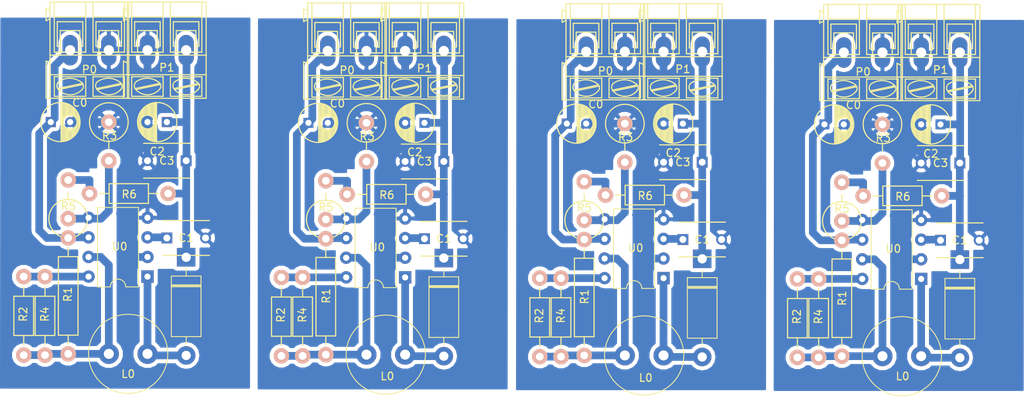
<source format=kicad_pcb>
(kicad_pcb (version 4) (host pcbnew 4.0.5+dfsg1-4)
  (layers (0 F.Cu signal) (31 B.Cu signal) (34 B.Paste user hide) (35 F.Paste user hide) (36 B.SilkS user hide) (37 F.SilkS user) (38 B.Mask user hide) (39 F.Mask user hide) (44 Edge.Cuts user hide))
  (net 0 "")
  (net 1 +5V)
  (net 2 GND)
  (net 3 "Net-(C1-Pad1)")
  (net 4 /out_12V)
  (net 5 "Net-(D0-Pad2)")
  (net 6 "Net-(L0-Pad1)")
  (net 7 "Net-(R2-Pad1)")
  (net 8 "Net-(R3-Pad2)")
  (net 9 "Net-(R5-Pad2)")
  (module Capacitors_THT:C_Radial_D5_L11_P2.5 (layer F.Cu) (at 128.6 137.2 180)
    (fp_text reference C2 (at 1.25 -3.8 180) (layer F.SilkS))
    (fp_text value CP)
    (pad 1 thru_hole rect (at 0 0 180) (size 1.3 1.3) (drill 0.8) (layers *.Cu *.Mask) (net 4 /out_12V))
    (pad 2 thru_hole circle (at 2.5 0 180) (size 1.3 1.3) (drill 0.8) (layers *.Cu *.Mask) (net 2 GND))
  )
  (module Resistors_THT:Resistor_Horizontal_RM15mm (layer F.Cu) (at 115.85 152.2 270)
    (fp_text reference R1 (at 7.4 -0.05 270) (layer F.SilkS))
    (fp_text value R)
    (pad 1 thru_hole circle (at 0 0 270) (size 1.99898 1.99898) (drill 1.00076) (layers *.Cu *.SilkS *.Mask) (net 1 +5V))
    (pad 2 thru_hole circle (at 15 0 270) (size 1.99898 1.99898) (drill 1.00076) (layers *.Cu *.SilkS *.Mask) (net 6 "Net-(L0-Pad1)"))
  )
  (module Capacitors_THT:C_Disc_D6_P5 (layer F.Cu) (at 131.1 142.2 180)
    (fp_text reference C3 (at 2.5 0 180) (layer F.SilkS))
    (fp_text value C hide)
    (pad 1 thru_hole rect (at 0 0 180) (size 1.4 1.4) (drill 0.9) (layers *.Cu *.Mask) (net 4 /out_12V))
    (pad 2 thru_hole circle (at 5 0 180) (size 1.4 1.4) (drill 0.9) (layers *.Cu *.Mask) (net 2 GND))
  )
  (module Capacitors_THT:C_Disc_D6_P5 (layer F.Cu) (at 128.6 152.2)
    (fp_text reference C1 (at 2.5 0) (layer F.SilkS))
    (fp_text value C)
    (pad 1 thru_hole rect (at 0 0) (size 1.4 1.4) (drill 0.9) (layers *.Cu *.Mask) (net 3 "Net-(C1-Pad1)"))
    (pad 2 thru_hole circle (at 5 0) (size 1.4 1.4) (drill 0.9) (layers *.Cu *.Mask) (net 2 GND))
  )
  (module Inductor_THT:L_Radial_D10.0mm_P5.00mm_Fastron_07M (layer F.Cu) (at 121.1 167.2)
    (fp_text reference L0 (at 2.7 2.9) (layer F.SilkS))
    (fp_text value L)
    (pad 1 thru_hole circle (at 0 0) (size 2.6 2.6) (drill 1.3) (layers *.Cu *.Mask) (net 6 "Net-(L0-Pad1)"))
    (pad 2 thru_hole circle (at 5 0) (size 2.6 2.6) (drill 1.3) (layers *.Cu *.Mask) (net 5 "Net-(D0-Pad2)"))
  )
  (module Resistors_THT:Resistor_Vertical_RM5mm (layer F.Cu) (at 115.85 147.2 90)
    (fp_text reference R5 (at -0.9 0.018 180) (layer F.SilkS))
    (fp_text value R hide)
    (pad 1 thru_hole circle (at -2.49936 0 90) (size 1.99898 1.99898) (drill 1.00076) (layers *.Cu *.SilkS *.Mask) (net 8 "Net-(R3-Pad2)"))
    (pad 2 thru_hole circle (at 2.5019 0 90) (size 1.99898 1.99898) (drill 1.00076) (layers *.Cu *.SilkS *.Mask) (net 9 "Net-(R5-Pad2)"))
  )
  (module Resistors_THT:Resistor_Vertical_RM5mm (layer F.Cu) (at 121.1 139.7 270)
    (fp_text reference R3 (at -0.744 -0.098 360) (layer F.SilkS))
    (fp_text value R hide)
    (pad 1 thru_hole circle (at -2.49936 0 270) (size 1.99898 1.99898) (drill 1.00076) (layers *.Cu *.SilkS *.Mask) (net 2 GND))
    (pad 2 thru_hole circle (at 2.5019 0 270) (size 1.99898 1.99898) (drill 1.00076) (layers *.Cu *.SilkS *.Mask) (net 8 "Net-(R3-Pad2)"))
  )
  (module Resistors_THT:Resistor_Horizontal_RM10mm (layer F.Cu) (at 118.6 146.45)
    (fp_text reference R6 (at 5.138 0.098) (layer F.SilkS))
    (fp_text value R hide)
    (pad 1 thru_hole circle (at 0 0) (size 1.99898 1.99898) (drill 1.00076) (layers *.Cu *.SilkS *.Mask) (net 9 "Net-(R5-Pad2)"))
    (pad 2 thru_hole circle (at 10.16 0) (size 1.99898 1.99898) (drill 1.00076) (layers *.Cu *.SilkS *.Mask) (net 4 /out_12V))
  )
  (module Diodes_THT:D_DO-15_P12.70mm_Horizontal (layer F.Cu) (at 131.1 154.7 270)
    (fp_text reference D0 hide)
    (fp_text value 1N5819 hide)
    (pad 1 thru_hole rect (at 0 0 270) (size 2.4 2.4) (drill 1.2) (layers *.Cu *.Mask) (net 4 /out_12V))
    (pad 2 thru_hole oval (at 12.7 0 270) (size 2.4 2.4) (drill 1.2) (layers *.Cu *.Mask) (net 5 "Net-(D0-Pad2)"))
  )
  (module Resistors_THT:Resistor_Horizontal_RM10mm (layer F.Cu) (at 110.1 157.2 270)
    (fp_text reference R2 (at 4.87 0.062 270) (layer F.SilkS))
    (fp_text value R hide)
    (pad 1 thru_hole circle (at 0 0 270) (size 1.99898 1.99898) (drill 1.00076) (layers *.Cu *.SilkS *.Mask) (net 7 "Net-(R2-Pad1)"))
    (pad 2 thru_hole circle (at 10.16 0 270) (size 1.99898 1.99898) (drill 1.00076) (layers *.Cu *.SilkS *.Mask) (net 6 "Net-(L0-Pad1)"))
  )
  (module Resistors_THT:Resistor_Horizontal_RM10mm (layer F.Cu) (at 112.85 157.2 270)
    (fp_text reference R4 (at 4.87 0.022 270) (layer F.SilkS))
    (fp_text value R hide)
    (pad 1 thru_hole circle (at 0 0 270) (size 1.99898 1.99898) (drill 1.00076) (layers *.Cu *.SilkS *.Mask) (net 7 "Net-(R2-Pad1)"))
    (pad 2 thru_hole circle (at 10.16 0 270) (size 1.99898 1.99898) (drill 1.00076) (layers *.Cu *.SilkS *.Mask) (net 6 "Net-(L0-Pad1)"))
  )
  (module Capacitors_THT:C_Radial_D5_L11_P2.5 (layer F.Cu) (at 113.6 137.2)
    (fp_text reference C0 (at 3.75 -2.5) (layer F.SilkS))
    (fp_text value CP hide)
    (pad 1 thru_hole rect (at 0 0) (size 1.3 1.3) (drill 0.8) (layers *.Cu *.Mask) (net 1 +5V))
    (pad 2 thru_hole circle (at 2.5 0) (size 1.3 1.3) (drill 0.8) (layers *.Cu *.Mask) (net 2 GND))
  )
  (module Package_DIP:DIP-8_W7.62mm (layer F.Cu) (at 126.1 157.2 180)
    (fp_text reference U0 (at 3.6 3.9 180) (layer F.SilkS))
    (fp_text value MC34063AP hide)
    (pad 1 thru_hole rect (at 0 0 180) (size 1.6 1.6) (drill 0.8) (layers *.Cu *.Mask) (net 5 "Net-(D0-Pad2)"))
    (pad 5 thru_hole oval (at 7.62 7.62 180) (size 1.6 1.6) (drill 0.8) (layers *.Cu *.Mask) (net 8 "Net-(R3-Pad2)"))
    (pad 2 thru_hole oval (at 0 2.54 180) (size 1.6 1.6) (drill 0.8) (layers *.Cu *.Mask) (net 2 GND))
    (pad 6 thru_hole oval (at 7.62 5.08 180) (size 1.6 1.6) (drill 0.8) (layers *.Cu *.Mask) (net 1 +5V))
    (pad 3 thru_hole oval (at 0 5.08 180) (size 1.6 1.6) (drill 0.8) (layers *.Cu *.Mask) (net 3 "Net-(C1-Pad1)"))
    (pad 7 thru_hole oval (at 7.62 2.54 180) (size 1.6 1.6) (drill 0.8) (layers *.Cu *.Mask) (net 6 "Net-(L0-Pad1)"))
    (pad 4 thru_hole oval (at 0 7.62 180) (size 1.6 1.6) (drill 0.8) (layers *.Cu *.Mask) (net 2 GND))
    (pad 8 thru_hole oval (at 7.62 0 180) (size 1.6 1.6) (drill 0.8) (layers *.Cu *.Mask) (net 7 "Net-(R2-Pad1)"))
  )
  (module Connect:AK300-2 (layer F.Cu) (at 131.1 127.9 180)
    (fp_text reference P1 (at 2.5 -2.25 180) (layer F.SilkS))
    (fp_text value CONN_01X02 hide)
    (pad 1 thru_hole oval (at 0 0 180) (size 1.9812 3.9624) (drill 1.3208) (layers *.Cu F.Paste F.Mask) (net 4 /out_12V))
    (pad 2 thru_hole oval (at 5 0 180) (size 1.9812 3.9624) (drill 1.3208) (layers *.Cu F.Paste F.Mask) (net 2 GND))
  )
  (module Connect:AK300-2 (layer F.Cu) (at 121.1 127.9 180)
    (fp_text reference P0 (at 2.5 -2.5 180) (layer F.SilkS))
    (fp_text value CONN_01X02 hide)
    (pad 1 thru_hole oval (at 0 0 180) (size 1.9812 3.9624) (drill 1.3208) (layers *.Cu F.Paste F.Mask) (net 2 GND))
    (pad 2 thru_hole oval (at 5 0 180) (size 1.9812 3.9624) (drill 1.3208) (layers *.Cu F.Paste F.Mask) (net 1 +5V))
  )
  (module Connect:AK300-2 (layer F.Cu) (at 154.4 128 180)
    (fp_text reference P0 (at 2.5 -2.5 180) (layer F.SilkS))
    (fp_text value CONN_01X02 hide)
    (pad 1 thru_hole oval (at 0 0 180) (size 1.9812 3.9624) (drill 1.3208) (layers *.Cu F.Paste F.Mask) (net 2 GND))
    (pad 2 thru_hole oval (at 5 0 180) (size 1.9812 3.9624) (drill 1.3208) (layers *.Cu F.Paste F.Mask) (net 1 +5V))
  )
  (module Connect:AK300-2 (layer F.Cu) (at 164.4 128 180)
    (fp_text reference P1 (at 2.5 -2.25 180) (layer F.SilkS))
    (fp_text value CONN_01X02 hide)
    (pad 1 thru_hole oval (at 0 0 180) (size 1.9812 3.9624) (drill 1.3208) (layers *.Cu F.Paste F.Mask) (net 4 /out_12V))
    (pad 2 thru_hole oval (at 5 0 180) (size 1.9812 3.9624) (drill 1.3208) (layers *.Cu F.Paste F.Mask) (net 2 GND))
  )
  (module Package_DIP:DIP-8_W7.62mm (layer F.Cu) (at 159.4 157.3 180)
    (fp_text reference U0 (at 3.6 3.9 180) (layer F.SilkS))
    (fp_text value MC34063AP hide)
    (pad 1 thru_hole rect (at 0 0 180) (size 1.6 1.6) (drill 0.8) (layers *.Cu *.Mask) (net 5 "Net-(D0-Pad2)"))
    (pad 5 thru_hole oval (at 7.62 7.62 180) (size 1.6 1.6) (drill 0.8) (layers *.Cu *.Mask) (net 8 "Net-(R3-Pad2)"))
    (pad 2 thru_hole oval (at 0 2.54 180) (size 1.6 1.6) (drill 0.8) (layers *.Cu *.Mask) (net 2 GND))
    (pad 6 thru_hole oval (at 7.62 5.08 180) (size 1.6 1.6) (drill 0.8) (layers *.Cu *.Mask) (net 1 +5V))
    (pad 3 thru_hole oval (at 0 5.08 180) (size 1.6 1.6) (drill 0.8) (layers *.Cu *.Mask) (net 3 "Net-(C1-Pad1)"))
    (pad 7 thru_hole oval (at 7.62 2.54 180) (size 1.6 1.6) (drill 0.8) (layers *.Cu *.Mask) (net 6 "Net-(L0-Pad1)"))
    (pad 4 thru_hole oval (at 0 7.62 180) (size 1.6 1.6) (drill 0.8) (layers *.Cu *.Mask) (net 2 GND))
    (pad 8 thru_hole oval (at 7.62 0 180) (size 1.6 1.6) (drill 0.8) (layers *.Cu *.Mask) (net 7 "Net-(R2-Pad1)"))
  )
  (module Capacitors_THT:C_Radial_D5_L11_P2.5 (layer F.Cu) (at 146.9 137.3)
    (fp_text reference C0 (at 3.75 -2.5) (layer F.SilkS))
    (fp_text value CP hide)
    (pad 1 thru_hole rect (at 0 0) (size 1.3 1.3) (drill 0.8) (layers *.Cu *.Mask) (net 1 +5V))
    (pad 2 thru_hole circle (at 2.5 0) (size 1.3 1.3) (drill 0.8) (layers *.Cu *.Mask) (net 2 GND))
  )
  (module Resistors_THT:Resistor_Horizontal_RM10mm (layer F.Cu) (at 146.15 157.3 270)
    (fp_text reference R4 (at 4.87 0.022 270) (layer F.SilkS))
    (fp_text value R hide)
    (pad 1 thru_hole circle (at 0 0 270) (size 1.99898 1.99898) (drill 1.00076) (layers *.Cu *.SilkS *.Mask) (net 7 "Net-(R2-Pad1)"))
    (pad 2 thru_hole circle (at 10.16 0 270) (size 1.99898 1.99898) (drill 1.00076) (layers *.Cu *.SilkS *.Mask) (net 6 "Net-(L0-Pad1)"))
  )
  (module Resistors_THT:Resistor_Horizontal_RM10mm (layer F.Cu) (at 143.4 157.3 270)
    (fp_text reference R2 (at 4.87 0.062 270) (layer F.SilkS))
    (fp_text value R hide)
    (pad 1 thru_hole circle (at 0 0 270) (size 1.99898 1.99898) (drill 1.00076) (layers *.Cu *.SilkS *.Mask) (net 7 "Net-(R2-Pad1)"))
    (pad 2 thru_hole circle (at 10.16 0 270) (size 1.99898 1.99898) (drill 1.00076) (layers *.Cu *.SilkS *.Mask) (net 6 "Net-(L0-Pad1)"))
  )
  (module Diodes_THT:D_DO-15_P12.70mm_Horizontal (layer F.Cu) (at 164.4 154.8 270)
    (fp_text reference D0 hide)
    (fp_text value 1N5819 hide)
    (pad 1 thru_hole rect (at 0 0 270) (size 2.4 2.4) (drill 1.2) (layers *.Cu *.Mask) (net 4 /out_12V))
    (pad 2 thru_hole oval (at 12.7 0 270) (size 2.4 2.4) (drill 1.2) (layers *.Cu *.Mask) (net 5 "Net-(D0-Pad2)"))
  )
  (module Resistors_THT:Resistor_Horizontal_RM10mm (layer F.Cu) (at 151.9 146.55)
    (fp_text reference R6 (at 5.138 0.098) (layer F.SilkS))
    (fp_text value R hide)
    (pad 1 thru_hole circle (at 0 0) (size 1.99898 1.99898) (drill 1.00076) (layers *.Cu *.SilkS *.Mask) (net 9 "Net-(R5-Pad2)"))
    (pad 2 thru_hole circle (at 10.16 0) (size 1.99898 1.99898) (drill 1.00076) (layers *.Cu *.SilkS *.Mask) (net 4 /out_12V))
  )
  (module Resistors_THT:Resistor_Vertical_RM5mm (layer F.Cu) (at 154.4 139.8 270)
    (fp_text reference R3 (at -0.744 -0.098 360) (layer F.SilkS))
    (fp_text value R hide)
    (pad 1 thru_hole circle (at -2.49936 0 270) (size 1.99898 1.99898) (drill 1.00076) (layers *.Cu *.SilkS *.Mask) (net 2 GND))
    (pad 2 thru_hole circle (at 2.5019 0 270) (size 1.99898 1.99898) (drill 1.00076) (layers *.Cu *.SilkS *.Mask) (net 8 "Net-(R3-Pad2)"))
  )
  (module Resistors_THT:Resistor_Vertical_RM5mm (layer F.Cu) (at 149.15 147.3 90)
    (fp_text reference R5 (at -0.9 0.018 180) (layer F.SilkS))
    (fp_text value R hide)
    (pad 1 thru_hole circle (at -2.49936 0 90) (size 1.99898 1.99898) (drill 1.00076) (layers *.Cu *.SilkS *.Mask) (net 8 "Net-(R3-Pad2)"))
    (pad 2 thru_hole circle (at 2.5019 0 90) (size 1.99898 1.99898) (drill 1.00076) (layers *.Cu *.SilkS *.Mask) (net 9 "Net-(R5-Pad2)"))
  )
  (module Inductor_THT:L_Radial_D10.0mm_P5.00mm_Fastron_07M (layer F.Cu) (at 154.4 167.3)
    (fp_text reference L0 (at 2.6 2.6) (layer F.SilkS))
    (fp_text value L)
    (pad 1 thru_hole circle (at 0 0) (size 2.6 2.6) (drill 1.3) (layers *.Cu *.Mask) (net 6 "Net-(L0-Pad1)"))
    (pad 2 thru_hole circle (at 5 0) (size 2.6 2.6) (drill 1.3) (layers *.Cu *.Mask) (net 5 "Net-(D0-Pad2)"))
  )
  (module Capacitors_THT:C_Disc_D6_P5 (layer F.Cu) (at 161.9 152.3)
    (fp_text reference C1 (at 2.5 0) (layer F.SilkS))
    (fp_text value C)
    (pad 1 thru_hole rect (at 0 0) (size 1.4 1.4) (drill 0.9) (layers *.Cu *.Mask) (net 3 "Net-(C1-Pad1)"))
    (pad 2 thru_hole circle (at 5 0) (size 1.4 1.4) (drill 0.9) (layers *.Cu *.Mask) (net 2 GND))
  )
  (module Capacitors_THT:C_Disc_D6_P5 (layer F.Cu) (at 164.4 142.3 180)
    (fp_text reference C3 (at 2.5 0 180) (layer F.SilkS))
    (fp_text value C hide)
    (pad 1 thru_hole rect (at 0 0 180) (size 1.4 1.4) (drill 0.9) (layers *.Cu *.Mask) (net 4 /out_12V))
    (pad 2 thru_hole circle (at 5 0 180) (size 1.4 1.4) (drill 0.9) (layers *.Cu *.Mask) (net 2 GND))
  )
  (module Resistors_THT:Resistor_Horizontal_RM15mm (layer F.Cu) (at 149.15 152.3 270)
    (fp_text reference R1 (at 7.5 -0.05 270) (layer F.SilkS))
    (fp_text value R)
    (pad 1 thru_hole circle (at 0 0 270) (size 1.99898 1.99898) (drill 1.00076) (layers *.Cu *.SilkS *.Mask) (net 1 +5V))
    (pad 2 thru_hole circle (at 15 0 270) (size 1.99898 1.99898) (drill 1.00076) (layers *.Cu *.SilkS *.Mask) (net 6 "Net-(L0-Pad1)"))
  )
  (module Capacitors_THT:C_Radial_D5_L11_P2.5 (layer F.Cu) (at 161.9 137.3 180)
    (fp_text reference C2 (at 1.25 -3.8 180) (layer F.SilkS))
    (fp_text value CP)
    (pad 1 thru_hole rect (at 0 0 180) (size 1.3 1.3) (drill 0.8) (layers *.Cu *.Mask) (net 4 /out_12V))
    (pad 2 thru_hole circle (at 2.5 0 180) (size 1.3 1.3) (drill 0.8) (layers *.Cu *.Mask) (net 2 GND))
  )
  (module Capacitors_THT:C_Radial_D5_L11_P2.5 (layer F.Cu) (at 95.2 137.1 180)
    (fp_text reference C2 (at 1.25 -3.8 180) (layer F.SilkS))
    (fp_text value CP)
    (pad 1 thru_hole rect (at 0 0 180) (size 1.3 1.3) (drill 0.8) (layers *.Cu *.Mask) (net 4 /out_12V))
    (pad 2 thru_hole circle (at 2.5 0 180) (size 1.3 1.3) (drill 0.8) (layers *.Cu *.Mask) (net 2 GND))
  )
  (module Resistors_THT:Resistor_Horizontal_RM15mm (layer F.Cu) (at 82.45 152.1 270)
    (fp_text reference R1 (at 7.4 -0.05 270) (layer F.SilkS))
    (fp_text value R)
    (pad 1 thru_hole circle (at 0 0 270) (size 1.99898 1.99898) (drill 1.00076) (layers *.Cu *.SilkS *.Mask) (net 1 +5V))
    (pad 2 thru_hole circle (at 15 0 270) (size 1.99898 1.99898) (drill 1.00076) (layers *.Cu *.SilkS *.Mask) (net 6 "Net-(L0-Pad1)"))
  )
  (module Capacitors_THT:C_Disc_D6_P5 (layer F.Cu) (at 97.7 142.1 180)
    (fp_text reference C3 (at 2.5 0 180) (layer F.SilkS))
    (fp_text value C hide)
    (pad 1 thru_hole rect (at 0 0 180) (size 1.4 1.4) (drill 0.9) (layers *.Cu *.Mask) (net 4 /out_12V))
    (pad 2 thru_hole circle (at 5 0 180) (size 1.4 1.4) (drill 0.9) (layers *.Cu *.Mask) (net 2 GND))
  )
  (module Capacitors_THT:C_Disc_D6_P5 (layer F.Cu) (at 95.2 152.1)
    (fp_text reference C1 (at 2.5 0) (layer F.SilkS))
    (fp_text value C)
    (pad 1 thru_hole rect (at 0 0) (size 1.4 1.4) (drill 0.9) (layers *.Cu *.Mask) (net 3 "Net-(C1-Pad1)"))
    (pad 2 thru_hole circle (at 5 0) (size 1.4 1.4) (drill 0.9) (layers *.Cu *.Mask) (net 2 GND))
  )
  (module Inductor_THT:L_Radial_D10.0mm_P5.00mm_Fastron_07M (layer F.Cu) (at 87.7 167.1)
    (fp_text reference L0 (at 2.7 2.8) (layer F.SilkS))
    (fp_text value L)
    (pad 1 thru_hole circle (at 0 0) (size 2.6 2.6) (drill 1.3) (layers *.Cu *.Mask) (net 6 "Net-(L0-Pad1)"))
    (pad 2 thru_hole circle (at 5 0) (size 2.6 2.6) (drill 1.3) (layers *.Cu *.Mask) (net 5 "Net-(D0-Pad2)"))
  )
  (module Resistors_THT:Resistor_Vertical_RM5mm (layer F.Cu) (at 82.45 147.1 90)
    (fp_text reference R5 (at -0.9 0.018 180) (layer F.SilkS))
    (fp_text value R hide)
    (pad 1 thru_hole circle (at -2.49936 0 90) (size 1.99898 1.99898) (drill 1.00076) (layers *.Cu *.SilkS *.Mask) (net 8 "Net-(R3-Pad2)"))
    (pad 2 thru_hole circle (at 2.5019 0 90) (size 1.99898 1.99898) (drill 1.00076) (layers *.Cu *.SilkS *.Mask) (net 9 "Net-(R5-Pad2)"))
  )
  (module Resistors_THT:Resistor_Vertical_RM5mm (layer F.Cu) (at 87.7 139.6 270)
    (fp_text reference R3 (at -0.744 -0.098 360) (layer F.SilkS))
    (fp_text value R hide)
    (pad 1 thru_hole circle (at -2.49936 0 270) (size 1.99898 1.99898) (drill 1.00076) (layers *.Cu *.SilkS *.Mask) (net 2 GND))
    (pad 2 thru_hole circle (at 2.5019 0 270) (size 1.99898 1.99898) (drill 1.00076) (layers *.Cu *.SilkS *.Mask) (net 8 "Net-(R3-Pad2)"))
  )
  (module Resistors_THT:Resistor_Horizontal_RM10mm (layer F.Cu) (at 85.2 146.35)
    (fp_text reference R6 (at 5.138 0.098) (layer F.SilkS))
    (fp_text value R hide)
    (pad 1 thru_hole circle (at 0 0) (size 1.99898 1.99898) (drill 1.00076) (layers *.Cu *.SilkS *.Mask) (net 9 "Net-(R5-Pad2)"))
    (pad 2 thru_hole circle (at 10.16 0) (size 1.99898 1.99898) (drill 1.00076) (layers *.Cu *.SilkS *.Mask) (net 4 /out_12V))
  )
  (module Diodes_THT:D_DO-15_P12.70mm_Horizontal (layer F.Cu) (at 97.7 154.6 270)
    (fp_text reference D0 hide)
    (fp_text value 1N5819 hide)
    (pad 1 thru_hole rect (at 0 0 270) (size 2.4 2.4) (drill 1.2) (layers *.Cu *.Mask) (net 4 /out_12V))
    (pad 2 thru_hole oval (at 12.7 0 270) (size 2.4 2.4) (drill 1.2) (layers *.Cu *.Mask) (net 5 "Net-(D0-Pad2)"))
  )
  (module Resistors_THT:Resistor_Horizontal_RM10mm (layer F.Cu) (at 76.7 157.1 270)
    (fp_text reference R2 (at 4.87 0.062 270) (layer F.SilkS))
    (fp_text value R hide)
    (pad 1 thru_hole circle (at 0 0 270) (size 1.99898 1.99898) (drill 1.00076) (layers *.Cu *.SilkS *.Mask) (net 7 "Net-(R2-Pad1)"))
    (pad 2 thru_hole circle (at 10.16 0 270) (size 1.99898 1.99898) (drill 1.00076) (layers *.Cu *.SilkS *.Mask) (net 6 "Net-(L0-Pad1)"))
  )
  (module Resistors_THT:Resistor_Horizontal_RM10mm (layer F.Cu) (at 79.45 157.1 270)
    (fp_text reference R4 (at 4.87 0.022 270) (layer F.SilkS))
    (fp_text value R hide)
    (pad 1 thru_hole circle (at 0 0 270) (size 1.99898 1.99898) (drill 1.00076) (layers *.Cu *.SilkS *.Mask) (net 7 "Net-(R2-Pad1)"))
    (pad 2 thru_hole circle (at 10.16 0 270) (size 1.99898 1.99898) (drill 1.00076) (layers *.Cu *.SilkS *.Mask) (net 6 "Net-(L0-Pad1)"))
  )
  (module Capacitors_THT:C_Radial_D5_L11_P2.5 (layer F.Cu) (at 80.2 137.1)
    (fp_text reference C0 (at 3.75 -2.5) (layer F.SilkS))
    (fp_text value CP hide)
    (pad 1 thru_hole rect (at 0 0) (size 1.3 1.3) (drill 0.8) (layers *.Cu *.Mask) (net 1 +5V))
    (pad 2 thru_hole circle (at 2.5 0) (size 1.3 1.3) (drill 0.8) (layers *.Cu *.Mask) (net 2 GND))
  )
  (module Package_DIP:DIP-8_W7.62mm (layer F.Cu) (at 92.7 157.1 180)
    (fp_text reference U0 (at 3.6 3.9 180) (layer F.SilkS))
    (fp_text value MC34063AP hide)
    (pad 1 thru_hole rect (at 0 0 180) (size 1.6 1.6) (drill 0.8) (layers *.Cu *.Mask) (net 5 "Net-(D0-Pad2)"))
    (pad 5 thru_hole oval (at 7.62 7.62 180) (size 1.6 1.6) (drill 0.8) (layers *.Cu *.Mask) (net 8 "Net-(R3-Pad2)"))
    (pad 2 thru_hole oval (at 0 2.54 180) (size 1.6 1.6) (drill 0.8) (layers *.Cu *.Mask) (net 2 GND))
    (pad 6 thru_hole oval (at 7.62 5.08 180) (size 1.6 1.6) (drill 0.8) (layers *.Cu *.Mask) (net 1 +5V))
    (pad 3 thru_hole oval (at 0 5.08 180) (size 1.6 1.6) (drill 0.8) (layers *.Cu *.Mask) (net 3 "Net-(C1-Pad1)"))
    (pad 7 thru_hole oval (at 7.62 2.54 180) (size 1.6 1.6) (drill 0.8) (layers *.Cu *.Mask) (net 6 "Net-(L0-Pad1)"))
    (pad 4 thru_hole oval (at 0 7.62 180) (size 1.6 1.6) (drill 0.8) (layers *.Cu *.Mask) (net 2 GND))
    (pad 8 thru_hole oval (at 7.62 0 180) (size 1.6 1.6) (drill 0.8) (layers *.Cu *.Mask) (net 7 "Net-(R2-Pad1)"))
  )
  (module Connect:AK300-2 (layer F.Cu) (at 97.7 127.8 180)
    (fp_text reference P1 (at 2.5 -2.25 180) (layer F.SilkS))
    (fp_text value CONN_01X02 hide)
    (pad 1 thru_hole oval (at 0 0 180) (size 1.9812 3.9624) (drill 1.3208) (layers *.Cu F.Paste F.Mask) (net 4 /out_12V))
    (pad 2 thru_hole oval (at 5 0 180) (size 1.9812 3.9624) (drill 1.3208) (layers *.Cu F.Paste F.Mask) (net 2 GND))
  )
  (module Connect:AK300-2 (layer F.Cu) (at 87.7 127.8 180)
    (fp_text reference P0 (at 2.5 -2.5 180) (layer F.SilkS))
    (fp_text value CONN_01X02 hide)
    (pad 1 thru_hole oval (at 0 0 180) (size 1.9812 3.9624) (drill 1.3208) (layers *.Cu F.Paste F.Mask) (net 2 GND))
    (pad 2 thru_hole oval (at 5 0 180) (size 1.9812 3.9624) (drill 1.3208) (layers *.Cu F.Paste F.Mask) (net 1 +5V))
  )
  (module Connect:AK300-2 (layer F.Cu) (at 54.4 127.7 180)
    (fp_text reference P0 (at 2.5 -2.5 180) (layer F.SilkS))
    (fp_text value CONN_01X02 hide)
    (pad 1 thru_hole oval (at 0 0 180) (size 1.9812 3.9624) (drill 1.3208) (layers *.Cu F.Paste F.Mask) (net 2 GND))
    (pad 2 thru_hole oval (at 5 0 180) (size 1.9812 3.9624) (drill 1.3208) (layers *.Cu F.Paste F.Mask) (net 1 +5V))
  )
  (module Connect:AK300-2 (layer F.Cu) (at 64.4 127.7 180)
    (fp_text reference P1 (at 2.5 -2.25 180) (layer F.SilkS))
    (fp_text value CONN_01X02 hide)
    (pad 1 thru_hole oval (at 0 0 180) (size 1.9812 3.9624) (drill 1.3208) (layers *.Cu F.Paste F.Mask) (net 4 /out_12V))
    (pad 2 thru_hole oval (at 5 0 180) (size 1.9812 3.9624) (drill 1.3208) (layers *.Cu F.Paste F.Mask) (net 2 GND))
  )
  (module Package_DIP:DIP-8_W7.62mm (layer F.Cu) (at 59.4 157 180)
    (fp_text reference U0 (at 3.6 3.9 180) (layer F.SilkS))
    (fp_text value MC34063AP hide)
    (pad 1 thru_hole rect (at 0 0 180) (size 1.6 1.6) (drill 0.8) (layers *.Cu *.Mask) (net 5 "Net-(D0-Pad2)"))
    (pad 5 thru_hole oval (at 7.62 7.62 180) (size 1.6 1.6) (drill 0.8) (layers *.Cu *.Mask) (net 8 "Net-(R3-Pad2)"))
    (pad 2 thru_hole oval (at 0 2.54 180) (size 1.6 1.6) (drill 0.8) (layers *.Cu *.Mask) (net 2 GND))
    (pad 6 thru_hole oval (at 7.62 5.08 180) (size 1.6 1.6) (drill 0.8) (layers *.Cu *.Mask) (net 1 +5V))
    (pad 3 thru_hole oval (at 0 5.08 180) (size 1.6 1.6) (drill 0.8) (layers *.Cu *.Mask) (net 3 "Net-(C1-Pad1)"))
    (pad 7 thru_hole oval (at 7.62 2.54 180) (size 1.6 1.6) (drill 0.8) (layers *.Cu *.Mask) (net 6 "Net-(L0-Pad1)"))
    (pad 4 thru_hole oval (at 0 7.62 180) (size 1.6 1.6) (drill 0.8) (layers *.Cu *.Mask) (net 2 GND))
    (pad 8 thru_hole oval (at 7.62 0 180) (size 1.6 1.6) (drill 0.8) (layers *.Cu *.Mask) (net 7 "Net-(R2-Pad1)"))
  )
  (module Capacitors_THT:C_Radial_D5_L11_P2.5 (layer F.Cu) (at 46.9 137)
    (fp_text reference C0 (at 3.75 -2.5) (layer F.SilkS))
    (fp_text value CP hide)
    (pad 1 thru_hole rect (at 0 0) (size 1.3 1.3) (drill 0.8) (layers *.Cu *.Mask) (net 1 +5V))
    (pad 2 thru_hole circle (at 2.5 0) (size 1.3 1.3) (drill 0.8) (layers *.Cu *.Mask) (net 2 GND))
  )
  (module Resistors_THT:Resistor_Horizontal_RM10mm (layer F.Cu) (at 46.15 157 270)
    (fp_text reference R4 (at 4.87 0.022 270) (layer F.SilkS))
    (fp_text value R hide)
    (pad 1 thru_hole circle (at 0 0 270) (size 1.99898 1.99898) (drill 1.00076) (layers *.Cu *.SilkS *.Mask) (net 7 "Net-(R2-Pad1)"))
    (pad 2 thru_hole circle (at 10.16 0 270) (size 1.99898 1.99898) (drill 1.00076) (layers *.Cu *.SilkS *.Mask) (net 6 "Net-(L0-Pad1)"))
  )
  (module Resistors_THT:Resistor_Horizontal_RM10mm (layer F.Cu) (at 43.4 157 270)
    (fp_text reference R2 (at 4.87 0.062 270) (layer F.SilkS))
    (fp_text value R hide)
    (pad 1 thru_hole circle (at 0 0 270) (size 1.99898 1.99898) (drill 1.00076) (layers *.Cu *.SilkS *.Mask) (net 7 "Net-(R2-Pad1)"))
    (pad 2 thru_hole circle (at 10.16 0 270) (size 1.99898 1.99898) (drill 1.00076) (layers *.Cu *.SilkS *.Mask) (net 6 "Net-(L0-Pad1)"))
  )
  (module Diodes_THT:D_DO-15_P12.70mm_Horizontal (layer F.Cu) (at 64.4 154.5 270)
    (fp_text reference D0 hide)
    (fp_text value 1N5819 hide)
    (pad 1 thru_hole rect (at 0 0 270) (size 2.4 2.4) (drill 1.2) (layers *.Cu *.Mask) (net 4 /out_12V))
    (pad 2 thru_hole oval (at 12.7 0 270) (size 2.4 2.4) (drill 1.2) (layers *.Cu *.Mask) (net 5 "Net-(D0-Pad2)"))
  )
  (module Resistors_THT:Resistor_Horizontal_RM10mm (layer F.Cu) (at 51.9 146.25)
    (fp_text reference R6 (at 5.138 0.098) (layer F.SilkS))
    (fp_text value R hide)
    (pad 1 thru_hole circle (at 0 0) (size 1.99898 1.99898) (drill 1.00076) (layers *.Cu *.SilkS *.Mask) (net 9 "Net-(R5-Pad2)"))
    (pad 2 thru_hole circle (at 10.16 0) (size 1.99898 1.99898) (drill 1.00076) (layers *.Cu *.SilkS *.Mask) (net 4 /out_12V))
  )
  (module Resistors_THT:Resistor_Vertical_RM5mm (layer F.Cu) (at 54.4 139.5 270)
    (fp_text reference R3 (at -0.744 -0.098 360) (layer F.SilkS))
    (fp_text value R hide)
    (pad 1 thru_hole circle (at -2.49936 0 270) (size 1.99898 1.99898) (drill 1.00076) (layers *.Cu *.SilkS *.Mask) (net 2 GND))
    (pad 2 thru_hole circle (at 2.5019 0 270) (size 1.99898 1.99898) (drill 1.00076) (layers *.Cu *.SilkS *.Mask) (net 8 "Net-(R3-Pad2)"))
  )
  (module Resistors_THT:Resistor_Vertical_RM5mm (layer F.Cu) (at 49.15 147 90)
    (fp_text reference R5 (at -0.9 0.018 180) (layer F.SilkS))
    (fp_text value R hide)
    (pad 1 thru_hole circle (at -2.49936 0 90) (size 1.99898 1.99898) (drill 1.00076) (layers *.Cu *.SilkS *.Mask) (net 8 "Net-(R3-Pad2)"))
    (pad 2 thru_hole circle (at 2.5019 0 90) (size 1.99898 1.99898) (drill 1.00076) (layers *.Cu *.SilkS *.Mask) (net 9 "Net-(R5-Pad2)"))
  )
  (module Inductor_THT:L_Radial_D10.0mm_P5.00mm_Fastron_07M (layer F.Cu) (at 54.4 167)
    (fp_text reference L0 (at 2.5 2.6) (layer F.SilkS))
    (fp_text value L)
    (pad 1 thru_hole circle (at 0 0) (size 2.6 2.6) (drill 1.3) (layers *.Cu *.Mask) (net 6 "Net-(L0-Pad1)"))
    (pad 2 thru_hole circle (at 5 0) (size 2.6 2.6) (drill 1.3) (layers *.Cu *.Mask) (net 5 "Net-(D0-Pad2)"))
  )
  (module Capacitors_THT:C_Disc_D6_P5 (layer F.Cu) (at 61.9 152)
    (fp_text reference C1 (at 2.5 0) (layer F.SilkS))
    (fp_text value C)
    (pad 1 thru_hole rect (at 0 0) (size 1.4 1.4) (drill 0.9) (layers *.Cu *.Mask) (net 3 "Net-(C1-Pad1)"))
    (pad 2 thru_hole circle (at 5 0) (size 1.4 1.4) (drill 0.9) (layers *.Cu *.Mask) (net 2 GND))
  )
  (module Capacitors_THT:C_Disc_D6_P5 (layer F.Cu) (at 64.4 142 180)
    (fp_text reference C3 (at 2.5 0 180) (layer F.SilkS))
    (fp_text value C hide)
    (pad 1 thru_hole rect (at 0 0 180) (size 1.4 1.4) (drill 0.9) (layers *.Cu *.Mask) (net 4 /out_12V))
    (pad 2 thru_hole circle (at 5 0 180) (size 1.4 1.4) (drill 0.9) (layers *.Cu *.Mask) (net 2 GND))
  )
  (module Resistors_THT:Resistor_Horizontal_RM15mm (layer F.Cu) (at 49.15 152 270)
    (fp_text reference R1 (at 7.3 0.05 270) (layer F.SilkS))
    (fp_text value R)
    (pad 1 thru_hole circle (at 0 0 270) (size 1.99898 1.99898) (drill 1.00076) (layers *.Cu *.SilkS *.Mask) (net 1 +5V))
    (pad 2 thru_hole circle (at 15 0 270) (size 1.99898 1.99898) (drill 1.00076) (layers *.Cu *.SilkS *.Mask) (net 6 "Net-(L0-Pad1)"))
  )
  (module Capacitors_THT:C_Radial_D5_L11_P2.5 (layer F.Cu) (at 61.9 137 180)
    (fp_text reference C2 (at 1.25 -3.8 180) (layer F.SilkS))
    (fp_text value CP)
    (pad 1 thru_hole rect (at 0 0 180) (size 1.3 1.3) (drill 0.8) (layers *.Cu *.Mask) (net 4 /out_12V))
    (pad 2 thru_hole circle (at 2.5 0 180) (size 1.3 1.3) (drill 0.8) (layers *.Cu *.Mask) (net 2 GND))
  )
  (segment (start 114.1 129.9) (end 116.1 127.9) (width 1) (layer B.Cu) (net 1))
  (segment (start 114.1 136.7) (end 114.1 129.9) (width 1) (layer B.Cu) (net 1))
  (segment (start 112.1 138.7) (end 114.1 136.7) (width 1) (layer B.Cu) (net 1))
  (segment (start 112.1 151.2) (end 112.1 138.7) (width 1) (layer B.Cu) (net 1))
  (segment (start 113.1 152.2) (end 112.1 151.2) (width 1) (layer B.Cu) (net 1))
  (segment (start 115.85 152.2) (end 113.1 152.2) (width 1) (layer B.Cu) (net 1))
  (segment (start 115.93 152.12) (end 115.85 152.2) (width 1) (layer B.Cu) (net 1))
  (segment (start 118.48 152.12) (end 115.93 152.12) (width 1) (layer B.Cu) (net 1))
  (segment (start 151.78 152.22) (end 149.23 152.22) (width 1) (layer B.Cu) (net 1))
  (segment (start 149.23 152.22) (end 149.15 152.3) (width 1) (layer B.Cu) (net 1))
  (segment (start 149.15 152.3) (end 146.4 152.3) (width 1) (layer B.Cu) (net 1))
  (segment (start 146.4 152.3) (end 145.4 151.3) (width 1) (layer B.Cu) (net 1))
  (segment (start 145.4 151.3) (end 145.4 138.8) (width 1) (layer B.Cu) (net 1))
  (segment (start 145.4 138.8) (end 147.4 136.8) (width 1) (layer B.Cu) (net 1))
  (segment (start 147.4 136.8) (end 147.4 130) (width 1) (layer B.Cu) (net 1))
  (segment (start 147.4 130) (end 149.4 128) (width 1) (layer B.Cu) (net 1))
  (segment (start 80.7 129.8) (end 82.7 127.8) (width 1) (layer B.Cu) (net 1))
  (segment (start 80.7 136.6) (end 80.7 129.8) (width 1) (layer B.Cu) (net 1))
  (segment (start 78.7 138.6) (end 80.7 136.6) (width 1) (layer B.Cu) (net 1))
  (segment (start 78.7 151.1) (end 78.7 138.6) (width 1) (layer B.Cu) (net 1))
  (segment (start 79.7 152.1) (end 78.7 151.1) (width 1) (layer B.Cu) (net 1))
  (segment (start 82.45 152.1) (end 79.7 152.1) (width 1) (layer B.Cu) (net 1))
  (segment (start 82.53 152.02) (end 82.45 152.1) (width 1) (layer B.Cu) (net 1))
  (segment (start 85.08 152.02) (end 82.53 152.02) (width 1) (layer B.Cu) (net 1))
  (segment (start 51.78 151.92) (end 49.23 151.92) (width 1) (layer B.Cu) (net 1))
  (segment (start 49.23 151.92) (end 49.15 152) (width 1) (layer B.Cu) (net 1))
  (segment (start 49.15 152) (end 46.4 152) (width 1) (layer B.Cu) (net 1))
  (segment (start 46.4 152) (end 45.4 151) (width 1) (layer B.Cu) (net 1))
  (segment (start 45.4 151) (end 45.4 138.5) (width 1) (layer B.Cu) (net 1))
  (segment (start 45.4 138.5) (end 47.4 136.5) (width 1) (layer B.Cu) (net 1))
  (segment (start 47.4 136.5) (end 47.4 129.7) (width 1) (layer B.Cu) (net 1))
  (segment (start 47.4 129.7) (end 49.4 127.7) (width 1) (layer B.Cu) (net 1))
  (segment (start 123.6 137.2) (end 126.1 137.2) (width 1) (layer B.Cu) (net 2))
  (segment (start 121.09936 137.2) (end 123.6 137.2) (width 1) (layer B.Cu) (net 2))
  (segment (start 116.1 137.2) (end 121.09936 137.2) (width 1) (layer B.Cu) (net 2))
  (segment (start 123.6 154.62) (end 123.6 137.2) (width 1) (layer B.Cu) (net 2))
  (segment (start 123.64 154.66) (end 123.6 154.62) (width 1) (layer B.Cu) (net 2))
  (segment (start 126.1 154.66) (end 123.64 154.66) (width 1) (layer B.Cu) (net 2))
  (segment (start 126.1 142.2) (end 126.1 137.2) (width 1) (layer B.Cu) (net 2))
  (segment (start 126.1 129.74) (end 126.06 129.7) (width 0.25) (layer B.Cu) (net 2))
  (segment (start 126.1 137.2) (end 126.1 129.74) (width 1) (layer B.Cu) (net 2))
  (segment (start 126.06 129.7) (end 126.1 127.95) (width 1) (layer B.Cu) (net 2))
  (segment (start 126.1 127.95) (end 121.1 127.9) (width 1) (layer B.Cu) (net 2))
  (segment (start 159.4 128.05) (end 154.4 128) (width 1) (layer B.Cu) (net 2))
  (segment (start 159.36 129.8) (end 159.4 128.05) (width 1) (layer B.Cu) (net 2))
  (segment (start 159.4 137.3) (end 159.4 129.84) (width 1) (layer B.Cu) (net 2))
  (segment (start 159.4 129.84) (end 159.36 129.8) (width 0.25) (layer B.Cu) (net 2))
  (segment (start 159.4 142.3) (end 159.4 137.3) (width 1) (layer B.Cu) (net 2))
  (segment (start 159.4 154.76) (end 156.94 154.76) (width 1) (layer B.Cu) (net 2))
  (segment (start 156.94 154.76) (end 156.9 154.72) (width 1) (layer B.Cu) (net 2))
  (segment (start 156.9 154.72) (end 156.9 137.3) (width 1) (layer B.Cu) (net 2))
  (segment (start 149.4 137.3) (end 154.39936 137.3) (width 1) (layer B.Cu) (net 2))
  (segment (start 154.39936 137.3) (end 156.9 137.3) (width 1) (layer B.Cu) (net 2))
  (segment (start 156.9 137.3) (end 159.4 137.3) (width 1) (layer B.Cu) (net 2))
  (segment (start 90.2 137.1) (end 92.7 137.1) (width 1) (layer B.Cu) (net 2))
  (segment (start 87.69936 137.1) (end 90.2 137.1) (width 1) (layer B.Cu) (net 2))
  (segment (start 82.7 137.1) (end 87.69936 137.1) (width 1) (layer B.Cu) (net 2))
  (segment (start 90.2 154.52) (end 90.2 137.1) (width 1) (layer B.Cu) (net 2))
  (segment (start 90.24 154.56) (end 90.2 154.52) (width 1) (layer B.Cu) (net 2))
  (segment (start 92.7 154.56) (end 90.24 154.56) (width 1) (layer B.Cu) (net 2))
  (segment (start 92.7 142.1) (end 92.7 137.1) (width 1) (layer B.Cu) (net 2))
  (segment (start 92.7 129.64) (end 92.66 129.6) (width 0.25) (layer B.Cu) (net 2))
  (segment (start 92.7 137.1) (end 92.7 129.64) (width 1) (layer B.Cu) (net 2))
  (segment (start 92.66 129.6) (end 92.7 127.85) (width 1) (layer B.Cu) (net 2))
  (segment (start 92.7 127.85) (end 87.7 127.8) (width 1) (layer B.Cu) (net 2))
  (segment (start 59.4 127.75) (end 54.4 127.7) (width 1) (layer B.Cu) (net 2))
  (segment (start 59.36 129.5) (end 59.4 127.75) (width 1) (layer B.Cu) (net 2))
  (segment (start 59.4 137) (end 59.4 129.54) (width 1) (layer B.Cu) (net 2))
  (segment (start 59.4 129.54) (end 59.36 129.5) (width 0.25) (layer B.Cu) (net 2))
  (segment (start 59.4 142) (end 59.4 137) (width 1) (layer B.Cu) (net 2))
  (segment (start 59.4 154.46) (end 56.94 154.46) (width 1) (layer B.Cu) (net 2))
  (segment (start 56.94 154.46) (end 56.9 154.42) (width 1) (layer B.Cu) (net 2))
  (segment (start 56.9 154.42) (end 56.9 137) (width 1) (layer B.Cu) (net 2))
  (segment (start 49.4 137) (end 54.39936 137) (width 1) (layer B.Cu) (net 2))
  (segment (start 54.39936 137) (end 56.9 137) (width 1) (layer B.Cu) (net 2))
  (segment (start 56.9 137) (end 59.4 137) (width 1) (layer B.Cu) (net 2))
  (segment (start 128.52 152.12) (end 128.6 152.2) (width 0.25) (layer B.Cu) (net 3))
  (segment (start 126.1 152.12) (end 128.52 152.12) (width 1) (layer B.Cu) (net 3))
  (segment (start 159.4 152.22) (end 161.82 152.22) (width 1) (layer B.Cu) (net 3))
  (segment (start 161.82 152.22) (end 161.9 152.3) (width 0.25) (layer B.Cu) (net 3))
  (segment (start 95.12 152.02) (end 95.2 152.1) (width 0.25) (layer B.Cu) (net 3))
  (segment (start 92.7 152.02) (end 95.12 152.02) (width 1) (layer B.Cu) (net 3))
  (segment (start 59.4 151.92) (end 61.82 151.92) (width 1) (layer B.Cu) (net 3))
  (segment (start 61.82 151.92) (end 61.9 152) (width 0.25) (layer B.Cu) (net 3))
  (segment (start 131.14 142.16) (end 131.1 142.2) (width 0.25) (layer B.Cu) (net 4))
  (segment (start 131.14 137.2) (end 131.14 142.16) (width 1) (layer B.Cu) (net 4))
  (segment (start 131.14 129.7) (end 131.14 137.2) (width 1) (layer B.Cu) (net 4))
  (segment (start 131.1 137.2) (end 131.14 137.2) (width 0.25) (layer B.Cu) (net 4))
  (segment (start 131.14 137.2) (end 131.1 137.2) (width 0.25) (layer B.Cu) (net 4))
  (segment (start 128.6 137.2) (end 131.14 137.2) (width 1) (layer B.Cu) (net 4))
  (segment (start 131.1 146.45) (end 131.1 154.7) (width 1) (layer B.Cu) (net 4))
  (segment (start 131.1 145.7) (end 131.1 146.45) (width 1) (layer B.Cu) (net 4))
  (segment (start 131.1 142.2) (end 131.1 145.7) (width 1) (layer B.Cu) (net 4))
  (segment (start 130.85 146.45) (end 131.1 146.45) (width 1) (layer B.Cu) (net 4))
  (segment (start 131.1 146.45) (end 130.85 146.45) (width 1) (layer B.Cu) (net 4))
  (segment (start 128.76 146.45) (end 131.1 146.45) (width 1) (layer B.Cu) (net 4))
  (segment (start 162.06 146.55) (end 164.4 146.55) (width 1) (layer B.Cu) (net 4))
  (segment (start 164.4 146.55) (end 164.15 146.55) (width 1) (layer B.Cu) (net 4))
  (segment (start 164.15 146.55) (end 164.4 146.55) (width 1) (layer B.Cu) (net 4))
  (segment (start 164.4 142.3) (end 164.4 145.8) (width 1) (layer B.Cu) (net 4))
  (segment (start 164.4 145.8) (end 164.4 146.55) (width 1) (layer B.Cu) (net 4))
  (segment (start 164.4 146.55) (end 164.4 154.8) (width 1) (layer B.Cu) (net 4))
  (segment (start 161.9 137.3) (end 164.44 137.3) (width 1) (layer B.Cu) (net 4))
  (segment (start 164.44 137.3) (end 164.4 137.3) (width 0.25) (layer B.Cu) (net 4))
  (segment (start 164.4 137.3) (end 164.44 137.3) (width 0.25) (layer B.Cu) (net 4))
  (segment (start 164.44 129.8) (end 164.44 137.3) (width 1) (layer B.Cu) (net 4))
  (segment (start 164.44 137.3) (end 164.44 142.26) (width 1) (layer B.Cu) (net 4))
  (segment (start 164.44 142.26) (end 164.4 142.3) (width 0.25) (layer B.Cu) (net 4))
  (segment (start 97.74 142.06) (end 97.7 142.1) (width 0.25) (layer B.Cu) (net 4))
  (segment (start 97.74 137.1) (end 97.74 142.06) (width 1) (layer B.Cu) (net 4))
  (segment (start 97.74 129.6) (end 97.74 137.1) (width 1) (layer B.Cu) (net 4))
  (segment (start 97.7 137.1) (end 97.74 137.1) (width 0.25) (layer B.Cu) (net 4))
  (segment (start 97.74 137.1) (end 97.7 137.1) (width 0.25) (layer B.Cu) (net 4))
  (segment (start 95.2 137.1) (end 97.74 137.1) (width 1) (layer B.Cu) (net 4))
  (segment (start 97.7 146.35) (end 97.7 154.6) (width 1) (layer B.Cu) (net 4))
  (segment (start 97.7 145.6) (end 97.7 146.35) (width 1) (layer B.Cu) (net 4))
  (segment (start 97.7 142.1) (end 97.7 145.6) (width 1) (layer B.Cu) (net 4))
  (segment (start 97.45 146.35) (end 97.7 146.35) (width 1) (layer B.Cu) (net 4))
  (segment (start 97.7 146.35) (end 97.45 146.35) (width 1) (layer B.Cu) (net 4))
  (segment (start 95.36 146.35) (end 97.7 146.35) (width 1) (layer B.Cu) (net 4))
  (segment (start 62.06 146.25) (end 64.4 146.25) (width 1) (layer B.Cu) (net 4))
  (segment (start 64.4 146.25) (end 64.15 146.25) (width 1) (layer B.Cu) (net 4))
  (segment (start 64.15 146.25) (end 64.4 146.25) (width 1) (layer B.Cu) (net 4))
  (segment (start 64.4 142) (end 64.4 145.5) (width 1) (layer B.Cu) (net 4))
  (segment (start 64.4 145.5) (end 64.4 146.25) (width 1) (layer B.Cu) (net 4))
  (segment (start 64.4 146.25) (end 64.4 154.5) (width 1) (layer B.Cu) (net 4))
  (segment (start 61.9 137) (end 64.44 137) (width 1) (layer B.Cu) (net 4))
  (segment (start 64.44 137) (end 64.4 137) (width 0.25) (layer B.Cu) (net 4))
  (segment (start 64.4 137) (end 64.44 137) (width 0.25) (layer B.Cu) (net 4))
  (segment (start 64.44 129.5) (end 64.44 137) (width 1) (layer B.Cu) (net 4))
  (segment (start 64.44 137) (end 64.44 141.96) (width 1) (layer B.Cu) (net 4))
  (segment (start 64.44 141.96) (end 64.4 142) (width 0.25) (layer B.Cu) (net 4))
  (segment (start 126.30064 167.4) (end 131.1 167.4) (width 1) (layer B.Cu) (net 5))
  (segment (start 126.1 167.19936) (end 126.30064 167.4) (width 0.25) (layer B.Cu) (net 5))
  (segment (start 126.1 157.2) (end 126.1 167.19936) (width 1) (layer B.Cu) (net 5))
  (segment (start 159.4 157.3) (end 159.4 167.29936) (width 1) (layer B.Cu) (net 5))
  (segment (start 159.4 167.29936) (end 159.60064 167.5) (width 0.25) (layer B.Cu) (net 5))
  (segment (start 159.60064 167.5) (end 164.4 167.5) (width 1) (layer B.Cu) (net 5))
  (segment (start 92.90064 167.3) (end 97.7 167.3) (width 1) (layer B.Cu) (net 5))
  (segment (start 92.7 167.09936) (end 92.90064 167.3) (width 0.25) (layer B.Cu) (net 5))
  (segment (start 92.7 157.1) (end 92.7 167.09936) (width 1) (layer B.Cu) (net 5))
  (segment (start 59.4 157) (end 59.4 166.99936) (width 1) (layer B.Cu) (net 5))
  (segment (start 59.4 166.99936) (end 59.60064 167.2) (width 0.25) (layer B.Cu) (net 5))
  (segment (start 59.60064 167.2) (end 64.4 167.2) (width 1) (layer B.Cu) (net 5))
  (segment (start 121.1 155.7) (end 120.06 154.66) (width 1) (layer B.Cu) (net 6))
  (segment (start 120.06 154.66) (end 118.48 154.66) (width 1) (layer B.Cu) (net 6))
  (segment (start 121.1 167.19936) (end 121.1 155.7) (width 1) (layer B.Cu) (net 6))
  (segment (start 121.10064 167.2) (end 121.1 167.19936) (width 0.25) (layer B.Cu) (net 6))
  (segment (start 113.01 167.2) (end 121.10064 167.2) (width 1) (layer B.Cu) (net 6))
  (segment (start 112.85 167.36) (end 113.01 167.2) (width 0.25) (layer B.Cu) (net 6))
  (segment (start 110.1 167.36) (end 112.85 167.36) (width 1) (layer B.Cu) (net 6))
  (segment (start 143.4 167.46) (end 146.15 167.46) (width 1) (layer B.Cu) (net 6))
  (segment (start 146.15 167.46) (end 146.31 167.3) (width 0.25) (layer B.Cu) (net 6))
  (segment (start 146.31 167.3) (end 154.40064 167.3) (width 1) (layer B.Cu) (net 6))
  (segment (start 154.40064 167.3) (end 154.4 167.29936) (width 0.25) (layer B.Cu) (net 6))
  (segment (start 154.4 167.29936) (end 154.4 155.8) (width 1) (layer B.Cu) (net 6))
  (segment (start 153.36 154.76) (end 151.78 154.76) (width 1) (layer B.Cu) (net 6))
  (segment (start 154.4 155.8) (end 153.36 154.76) (width 1) (layer B.Cu) (net 6))
  (segment (start 87.7 155.6) (end 86.66 154.56) (width 1) (layer B.Cu) (net 6))
  (segment (start 86.66 154.56) (end 85.08 154.56) (width 1) (layer B.Cu) (net 6))
  (segment (start 87.7 167.09936) (end 87.7 155.6) (width 1) (layer B.Cu) (net 6))
  (segment (start 87.70064 167.1) (end 87.7 167.09936) (width 0.25) (layer B.Cu) (net 6))
  (segment (start 79.61 167.1) (end 87.70064 167.1) (width 1) (layer B.Cu) (net 6))
  (segment (start 79.45 167.26) (end 79.61 167.1) (width 0.25) (layer B.Cu) (net 6))
  (segment (start 76.7 167.26) (end 79.45 167.26) (width 1) (layer B.Cu) (net 6))
  (segment (start 43.4 167.16) (end 46.15 167.16) (width 1) (layer B.Cu) (net 6))
  (segment (start 46.15 167.16) (end 46.31 167) (width 0.25) (layer B.Cu) (net 6))
  (segment (start 46.31 167) (end 54.40064 167) (width 1) (layer B.Cu) (net 6))
  (segment (start 54.40064 167) (end 54.4 166.99936) (width 0.25) (layer B.Cu) (net 6))
  (segment (start 54.4 166.99936) (end 54.4 155.5) (width 1) (layer B.Cu) (net 6))
  (segment (start 53.36 154.46) (end 51.78 154.46) (width 1) (layer B.Cu) (net 6))
  (segment (start 54.4 155.5) (end 53.36 154.46) (width 1) (layer B.Cu) (net 6))
  (segment (start 112.85 157.2) (end 110.1 157.2) (width 1) (layer B.Cu) (net 7))
  (segment (start 118.48 157.2) (end 112.85 157.2) (width 1) (layer B.Cu) (net 7))
  (segment (start 151.78 157.3) (end 146.15 157.3) (width 1) (layer B.Cu) (net 7))
  (segment (start 146.15 157.3) (end 143.4 157.3) (width 1) (layer B.Cu) (net 7))
  (segment (start 79.45 157.1) (end 76.7 157.1) (width 1) (layer B.Cu) (net 7))
  (segment (start 85.08 157.1) (end 79.45 157.1) (width 1) (layer B.Cu) (net 7))
  (segment (start 51.78 157) (end 46.15 157) (width 1) (layer B.Cu) (net 7))
  (segment (start 46.15 157) (end 43.4 157) (width 1) (layer B.Cu) (net 7))
  (segment (start 120.1 149.7) (end 121.1 148.7) (width 1) (layer B.Cu) (net 8))
  (segment (start 121.1 148.7) (end 121.1 142.2019) (width 1) (layer B.Cu) (net 8))
  (segment (start 118.36128 149.7) (end 120.1 149.7) (width 1) (layer B.Cu) (net 8))
  (segment (start 118.36064 149.69936) (end 118.36128 149.7) (width 0.25) (layer B.Cu) (net 8))
  (segment (start 115.85 149.69936) (end 118.36064 149.69936) (width 1) (layer B.Cu) (net 8))
  (segment (start 149.15 149.79936) (end 151.66064 149.79936) (width 1) (layer B.Cu) (net 8))
  (segment (start 151.66064 149.79936) (end 151.66128 149.8) (width 0.25) (layer B.Cu) (net 8))
  (segment (start 151.66128 149.8) (end 153.4 149.8) (width 1) (layer B.Cu) (net 8))
  (segment (start 154.4 148.8) (end 154.4 142.3019) (width 1) (layer B.Cu) (net 8))
  (segment (start 153.4 149.8) (end 154.4 148.8) (width 1) (layer B.Cu) (net 8))
  (segment (start 86.7 149.6) (end 87.7 148.6) (width 1) (layer B.Cu) (net 8))
  (segment (start 87.7 148.6) (end 87.7 142.1019) (width 1) (layer B.Cu) (net 8))
  (segment (start 84.96128 149.6) (end 86.7 149.6) (width 1) (layer B.Cu) (net 8))
  (segment (start 84.96064 149.59936) (end 84.96128 149.6) (width 0.25) (layer B.Cu) (net 8))
  (segment (start 82.45 149.59936) (end 84.96064 149.59936) (width 1) (layer B.Cu) (net 8))
  (segment (start 49.15 149.49936) (end 51.66064 149.49936) (width 1) (layer B.Cu) (net 8))
  (segment (start 51.66064 149.49936) (end 51.66128 149.5) (width 0.25) (layer B.Cu) (net 8))
  (segment (start 51.66128 149.5) (end 53.4 149.5) (width 1) (layer B.Cu) (net 8))
  (segment (start 54.4 148.5) (end 54.4 142.0019) (width 1) (layer B.Cu) (net 8))
  (segment (start 53.4 149.5) (end 54.4 148.5) (width 1) (layer B.Cu) (net 8))
  (segment (start 115.8519 144.7) (end 115.85 144.6981) (width 0.25) (layer B.Cu) (net 9))
  (segment (start 118.6 144.7) (end 115.8519 144.7) (width 1) (layer B.Cu) (net 9))
  (segment (start 118.6 146.45) (end 118.6 144.7) (width 1) (layer B.Cu) (net 9))
  (segment (start 151.9 146.55) (end 151.9 144.8) (width 1) (layer B.Cu) (net 9))
  (segment (start 151.9 144.8) (end 149.1519 144.8) (width 1) (layer B.Cu) (net 9))
  (segment (start 149.1519 144.8) (end 149.15 144.7981) (width 0.25) (layer B.Cu) (net 9))
  (segment (start 82.4519 144.6) (end 82.45 144.5981) (width 0.25) (layer B.Cu) (net 9))
  (segment (start 85.2 144.6) (end 82.4519 144.6) (width 1) (layer B.Cu) (net 9))
  (segment (start 85.2 146.35) (end 85.2 144.6) (width 1) (layer B.Cu) (net 9))
  (segment (start 51.9 146.25) (end 51.9 144.5) (width 1) (layer B.Cu) (net 9))
  (segment (start 51.9 144.5) (end 49.1519 144.5) (width 1) (layer B.Cu) (net 9))
  (segment (start 49.1519 144.5) (end 49.15 144.4981) (width 0.25) (layer B.Cu) (net 9))
  (zone (net 2) (net_name GND) (layer B.Cu) (connect_pads (clearance 0.508)) (min_thickness 0.254) (fill yes (arc_segments 16) (thermal_gap 0.508) (thermal_bridge_width 0.508))
    (polygon (pts (xy 72.65 171.5) (xy 40.334 171.5) (xy 40.384 123.48) (xy 72.7 123.48)))
  )
  (zone (net 0) (net_name "") (layer B.Cu) (connect_pads (clearance 0.508)) (min_thickness 0.254)
    (keepout (tracks allowed) (vias allowed) (copperpour not_allowed))
    (fill (arc_segments 16) (thermal_gap 0.508) (thermal_bridge_width 0.508))
    (polygon (pts (xy 62.9 156) (xy 60.4 156) (xy 60.4 153) (xy 62.9 153)))
  )
  (zone (net 0) (net_name "") (layer B.Cu) (connect_pads (clearance 0.508)) (min_thickness 0.254)
    (keepout (tracks allowed) (vias allowed) (copperpour not_allowed))
    (fill (arc_segments 16) (thermal_gap 0.508) (thermal_bridge_width 0.508))
    (polygon (pts (xy 55.4 155.5) (xy 55.4 149) (xy 53.4 150.5) (xy 52.4 150.5) (xy 52.9 151) (xy 52.9 152.5) (xy 52.4 153) (xy 52.4 153.5) (xy 53.9 153.5)))
  )
  (zone (net 0) (net_name "") (layer B.Cu) (connect_pads (clearance 0.508)) (min_thickness 0.254)
    (keepout (tracks allowed) (vias allowed) (copperpour not_allowed))
    (fill (arc_segments 16) (thermal_gap 0.508) (thermal_bridge_width 0.508))
    (polygon (pts (xy 58.2 150) (xy 58.2 156) (xy 58.9 156) (xy 58.9 150)))
  )
  (zone (net 0) (net_name "") (layer B.Cu) (connect_pads (clearance 0.508)) (min_thickness 0.254)
    (keepout (tracks allowed) (vias allowed) (copperpour not_allowed))
    (fill (arc_segments 16) (thermal_gap 0.508) (thermal_bridge_width 0.508))
    (polygon (pts (xy 52.9 141.9) (xy 52.9 143) (xy 51.9 143) (xy 51.9 143.8) (xy 53.6 143.8) (xy 53.6 141.9)))
  )
  (zone (net 0) (net_name "") (layer B.Cu) (connect_pads (clearance 0.508)) (min_thickness 0.254)
    (keepout (tracks allowed) (vias allowed) (copperpour not_allowed))
    (fill (arc_segments 16) (thermal_gap 0.508) (thermal_bridge_width 0.508))
    (polygon (pts (xy 63.642 152.98) (xy 62.88 152.98) (xy 62.88 151.202) (xy 62.626 150.948) (xy 59.324 150.948) (xy 59.324 150.186) (xy 59.578 150.186) (xy 60.34 149.678) (xy 63.642 149.678)))
  )
  (zone (net 0) (net_name "") (layer B.Cu) (connect_pads (clearance 0.508)) (min_thickness 0.254)
    (keepout (tracks allowed) (vias allowed) (copperpour not_allowed))
    (fill (arc_segments 16) (thermal_gap 0.508) (thermal_bridge_width 0.508))
    (polygon (pts (xy 65.166 150.948) (xy 65.166 150.694) (xy 67.452 152.98) (xy 67.452 153.234) (xy 65.166 153.234)))
  )
  (zone (net 0) (net_name "") (layer B.Cu) (connect_pads (clearance 0.508)) (min_thickness 0.254)
    (keepout (tracks allowed) (vias allowed) (copperpour not_allowed))
    (fill (arc_segments 16) (thermal_gap 0.508) (thermal_bridge_width 0.508))
    (polygon (pts (xy 51.45 155.266) (xy 53.228 155.266) (xy 53.736 155.774) (xy 53.736 158.314) (xy 51.704 158.314) (xy 51.704 156.028) (xy 50.438 156.028) (xy 50.438 153.488) (xy 49.418 153.488) (xy 50.18 152.726) (xy 51.45 152.726)))
  )
  (zone (net 0) (net_name "") (layer B.Cu) (connect_pads (clearance 0.508)) (min_thickness 0.254)
    (keepout (tracks allowed) (vias allowed) (copperpour not_allowed))
    (fill (arc_segments 16) (thermal_gap 0.508) (thermal_bridge_width 0.508))
    (polygon (pts (xy 47.65 144.5) (xy 47.65 149.5) (xy 53.9 149.5) (xy 53.9 144.5) (xy 53.65 144.5)))
  )
  (zone (net 2) (net_name GND) (layer B.Cu) (connect_pads (clearance 0.508)) (min_thickness 0.254) (fill yes (arc_segments 16) (thermal_gap 0.508) (thermal_bridge_width 0.508))
    (polygon (pts (xy 105.95 171.6) (xy 73.634 171.6) (xy 73.684 123.58) (xy 106 123.58)))
  )
  (zone (net 0) (net_name "") (layer B.Cu) (connect_pads (clearance 0.508)) (min_thickness 0.254)
    (keepout (tracks allowed) (vias allowed) (copperpour not_allowed))
    (fill (arc_segments 16) (thermal_gap 0.508) (thermal_bridge_width 0.508))
    (polygon (pts (xy 96.2 156.1) (xy 93.7 156.1) (xy 93.7 153.1) (xy 96.2 153.1)))
  )
  (zone (net 0) (net_name "") (layer B.Cu) (connect_pads (clearance 0.508)) (min_thickness 0.254)
    (keepout (tracks allowed) (vias allowed) (copperpour not_allowed))
    (fill (arc_segments 16) (thermal_gap 0.508) (thermal_bridge_width 0.508))
    (polygon (pts (xy 88.7 155.6) (xy 88.7 149.1) (xy 86.7 150.6) (xy 85.7 150.6) (xy 86.2 151.1) (xy 86.2 152.6) (xy 85.7 153.1) (xy 85.7 153.6) (xy 87.2 153.6)))
  )
  (zone (net 0) (net_name "") (layer B.Cu) (connect_pads (clearance 0.508)) (min_thickness 0.254)
    (keepout (tracks allowed) (vias allowed) (copperpour not_allowed))
    (fill (arc_segments 16) (thermal_gap 0.508) (thermal_bridge_width 0.508))
    (polygon (pts (xy 91.5 150.1) (xy 91.5 156.1) (xy 92.2 156.1) (xy 92.2 150.1)))
  )
  (zone (net 0) (net_name "") (layer B.Cu) (connect_pads (clearance 0.508)) (min_thickness 0.254)
    (keepout (tracks allowed) (vias allowed) (copperpour not_allowed))
    (fill (arc_segments 16) (thermal_gap 0.508) (thermal_bridge_width 0.508))
    (polygon (pts (xy 86.2 142) (xy 86.2 143.1) (xy 85.2 143.1) (xy 85.2 143.9) (xy 86.9 143.9) (xy 86.9 142)))
  )
  (zone (net 0) (net_name "") (layer B.Cu) (connect_pads (clearance 0.508)) (min_thickness 0.254)
    (keepout (tracks allowed) (vias allowed) (copperpour not_allowed))
    (fill (arc_segments 16) (thermal_gap 0.508) (thermal_bridge_width 0.508))
    (polygon (pts (xy 96.942 153.08) (xy 96.18 153.08) (xy 96.18 151.302) (xy 95.926 151.048) (xy 92.624 151.048) (xy 92.624 150.286) (xy 92.878 150.286) (xy 93.64 149.778) (xy 96.942 149.778)))
  )
  (zone (net 0) (net_name "") (layer B.Cu) (connect_pads (clearance 0.508)) (min_thickness 0.254)
    (keepout (tracks allowed) (vias allowed) (copperpour not_allowed))
    (fill (arc_segments 16) (thermal_gap 0.508) (thermal_bridge_width 0.508))
    (polygon (pts (xy 98.466 151.048) (xy 98.466 150.794) (xy 100.752 153.08) (xy 100.752 153.334) (xy 98.466 153.334)))
  )
  (zone (net 0) (net_name "") (layer B.Cu) (connect_pads (clearance 0.508)) (min_thickness 0.254)
    (keepout (tracks allowed) (vias allowed) (copperpour not_allowed))
    (fill (arc_segments 16) (thermal_gap 0.508) (thermal_bridge_width 0.508))
    (polygon (pts (xy 84.75 155.366) (xy 86.528 155.366) (xy 87.036 155.874) (xy 87.036 158.414) (xy 85.004 158.414) (xy 85.004 156.128) (xy 83.738 156.128) (xy 83.738 153.588) (xy 82.718 153.588) (xy 83.48 152.826) (xy 84.75 152.826)))
  )
  (zone (net 0) (net_name "") (layer B.Cu) (connect_pads (clearance 0.508)) (min_thickness 0.254)
    (keepout (tracks allowed) (vias allowed) (copperpour not_allowed))
    (fill (arc_segments 16) (thermal_gap 0.508) (thermal_bridge_width 0.508))
    (polygon (pts (xy 80.95 144.6) (xy 80.95 149.6) (xy 87.2 149.6) (xy 87.2 144.6) (xy 86.95 144.6)))
  )
  (zone (net 2) (net_name GND) (layer B.Cu) (connect_pads (clearance 0.508)) (min_thickness 0.254) (fill yes (arc_segments 16) (thermal_gap 0.508) (thermal_bridge_width 0.508))
    (polygon (pts (xy 139.35 171.7) (xy 107.034 171.7) (xy 107.084 123.68) (xy 139.4 123.68)))
  )
  (zone (net 0) (net_name "") (layer B.Cu) (connect_pads (clearance 0.508)) (min_thickness 0.254)
    (keepout (tracks allowed) (vias allowed) (copperpour not_allowed))
    (fill (arc_segments 16) (thermal_gap 0.508) (thermal_bridge_width 0.508))
    (polygon (pts (xy 129.6 156.2) (xy 127.1 156.2) (xy 127.1 153.2) (xy 129.6 153.2)))
  )
  (zone (net 0) (net_name "") (layer B.Cu) (connect_pads (clearance 0.508)) (min_thickness 0.254)
    (keepout (tracks allowed) (vias allowed) (copperpour not_allowed))
    (fill (arc_segments 16) (thermal_gap 0.508) (thermal_bridge_width 0.508))
    (polygon (pts (xy 122.1 155.7) (xy 122.1 149.2) (xy 120.1 150.7) (xy 119.1 150.7) (xy 119.6 151.2) (xy 119.6 152.7) (xy 119.1 153.2) (xy 119.1 153.7) (xy 120.6 153.7)))
  )
  (zone (net 0) (net_name "") (layer B.Cu) (connect_pads (clearance 0.508)) (min_thickness 0.254)
    (keepout (tracks allowed) (vias allowed) (copperpour not_allowed))
    (fill (arc_segments 16) (thermal_gap 0.508) (thermal_bridge_width 0.508))
    (polygon (pts (xy 124.9 150.2) (xy 124.9 156.2) (xy 125.6 156.2) (xy 125.6 150.2)))
  )
  (zone (net 0) (net_name "") (layer B.Cu) (connect_pads (clearance 0.508)) (min_thickness 0.254)
    (keepout (tracks allowed) (vias allowed) (copperpour not_allowed))
    (fill (arc_segments 16) (thermal_gap 0.508) (thermal_bridge_width 0.508))
    (polygon (pts (xy 119.6 142.1) (xy 119.6 143.2) (xy 118.6 143.2) (xy 118.6 144) (xy 120.3 144) (xy 120.3 142.1)))
  )
  (zone (net 0) (net_name "") (layer B.Cu) (connect_pads (clearance 0.508)) (min_thickness 0.254)
    (keepout (tracks allowed) (vias allowed) (copperpour not_allowed))
    (fill (arc_segments 16) (thermal_gap 0.508) (thermal_bridge_width 0.508))
    (polygon (pts (xy 130.342 153.18) (xy 129.58 153.18) (xy 129.58 151.402) (xy 129.326 151.148) (xy 126.024 151.148) (xy 126.024 150.386) (xy 126.278 150.386) (xy 127.04 149.878) (xy 130.342 149.878)))
  )
  (zone (net 0) (net_name "") (layer B.Cu) (connect_pads (clearance 0.508)) (min_thickness 0.254)
    (keepout (tracks allowed) (vias allowed) (copperpour not_allowed))
    (fill (arc_segments 16) (thermal_gap 0.508) (thermal_bridge_width 0.508))
    (polygon (pts (xy 131.866 151.148) (xy 131.866 150.894) (xy 134.152 153.18) (xy 134.152 153.434) (xy 131.866 153.434)))
  )
  (zone (net 0) (net_name "") (layer B.Cu) (connect_pads (clearance 0.508)) (min_thickness 0.254)
    (keepout (tracks allowed) (vias allowed) (copperpour not_allowed))
    (fill (arc_segments 16) (thermal_gap 0.508) (thermal_bridge_width 0.508))
    (polygon (pts (xy 118.15 155.466) (xy 119.928 155.466) (xy 120.436 155.974) (xy 120.436 158.514) (xy 118.404 158.514) (xy 118.404 156.228) (xy 117.138 156.228) (xy 117.138 153.688) (xy 116.118 153.688) (xy 116.88 152.926) (xy 118.15 152.926)))
  )
  (zone (net 0) (net_name "") (layer B.Cu) (connect_pads (clearance 0.508)) (min_thickness 0.254)
    (keepout (tracks allowed) (vias allowed) (copperpour not_allowed))
    (fill (arc_segments 16) (thermal_gap 0.508) (thermal_bridge_width 0.508))
    (polygon (pts (xy 114.35 144.7) (xy 114.35 149.7) (xy 120.6 149.7) (xy 120.6 144.7) (xy 120.35 144.7)))
  )
  (zone (net 2) (net_name GND) (layer B.Cu) (connect_pads (clearance 0.508)) (min_thickness 0.254) (fill yes (arc_segments 16) (thermal_gap 0.508) (thermal_bridge_width 0.508))
    (polygon (pts (xy 172.65 171.8) (xy 140.334 171.8) (xy 140.384 123.78) (xy 172.7 123.78)))
  )
  (zone (net 0) (net_name "") (layer B.Cu) (connect_pads (clearance 0.508)) (min_thickness 0.254)
    (keepout (tracks allowed) (vias allowed) (copperpour not_allowed))
    (fill (arc_segments 16) (thermal_gap 0.508) (thermal_bridge_width 0.508))
    (polygon (pts (xy 162.9 156.3) (xy 160.4 156.3) (xy 160.4 153.3) (xy 162.9 153.3)))
  )
  (zone (net 0) (net_name "") (layer B.Cu) (connect_pads (clearance 0.508)) (min_thickness 0.254)
    (keepout (tracks allowed) (vias allowed) (copperpour not_allowed))
    (fill (arc_segments 16) (thermal_gap 0.508) (thermal_bridge_width 0.508))
    (polygon (pts (xy 155.4 155.8) (xy 155.4 149.3) (xy 153.4 150.8) (xy 152.4 150.8) (xy 152.9 151.3) (xy 152.9 152.8) (xy 152.4 153.3) (xy 152.4 153.8) (xy 153.9 153.8)))
  )
  (zone (net 0) (net_name "") (layer B.Cu) (connect_pads (clearance 0.508)) (min_thickness 0.254)
    (keepout (tracks allowed) (vias allowed) (copperpour not_allowed))
    (fill (arc_segments 16) (thermal_gap 0.508) (thermal_bridge_width 0.508))
    (polygon (pts (xy 158.2 150.3) (xy 158.2 156.3) (xy 158.9 156.3) (xy 158.9 150.3)))
  )
  (zone (net 0) (net_name "") (layer B.Cu) (connect_pads (clearance 0.508)) (min_thickness 0.254)
    (keepout (tracks allowed) (vias allowed) (copperpour not_allowed))
    (fill (arc_segments 16) (thermal_gap 0.508) (thermal_bridge_width 0.508))
    (polygon (pts (xy 152.9 142.2) (xy 152.9 143.3) (xy 151.9 143.3) (xy 151.9 144.1) (xy 153.6 144.1) (xy 153.6 142.2)))
  )
  (zone (net 0) (net_name "") (layer B.Cu) (connect_pads (clearance 0.508)) (min_thickness 0.254)
    (keepout (tracks allowed) (vias allowed) (copperpour not_allowed))
    (fill (arc_segments 16) (thermal_gap 0.508) (thermal_bridge_width 0.508))
    (polygon (pts (xy 163.642 153.28) (xy 162.88 153.28) (xy 162.88 151.502) (xy 162.626 151.248) (xy 159.324 151.248) (xy 159.324 150.486) (xy 159.578 150.486) (xy 160.34 149.978) (xy 163.642 149.978)))
  )
  (zone (net 0) (net_name "") (layer B.Cu) (connect_pads (clearance 0.508)) (min_thickness 0.254)
    (keepout (tracks allowed) (vias allowed) (copperpour not_allowed))
    (fill (arc_segments 16) (thermal_gap 0.508) (thermal_bridge_width 0.508))
    (polygon (pts (xy 165.166 151.248) (xy 165.166 150.994) (xy 167.452 153.28) (xy 167.452 153.534) (xy 165.166 153.534)))
  )
  (zone (net 0) (net_name "") (layer B.Cu) (connect_pads (clearance 0.508)) (min_thickness 0.254)
    (keepout (tracks allowed) (vias allowed) (copperpour not_allowed))
    (fill (arc_segments 16) (thermal_gap 0.508) (thermal_bridge_width 0.508))
    (polygon (pts (xy 151.45 155.566) (xy 153.228 155.566) (xy 153.736 156.074) (xy 153.736 158.614) (xy 151.704 158.614) (xy 151.704 156.328) (xy 150.438 156.328) (xy 150.438 153.788) (xy 149.418 153.788) (xy 150.18 153.026) (xy 151.45 153.026)))
  )
  (zone (net 0) (net_name "") (layer B.Cu) (connect_pads (clearance 0.508)) (min_thickness 0.254)
    (keepout (tracks allowed) (vias allowed) (copperpour not_allowed))
    (fill (arc_segments 16) (thermal_gap 0.508) (thermal_bridge_width 0.508))
    (polygon (pts (xy 147.65 144.8) (xy 147.65 149.8) (xy 153.9 149.8) (xy 153.9 144.8) (xy 153.65 144.8)))
  )
)
</source>
